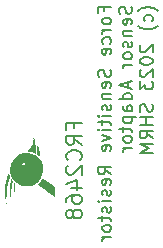
<source format=gbr>
%TF.GenerationSoftware,KiCad,Pcbnew,(6.0.8-1)-1*%
%TF.CreationDate,2023-07-28T17:56:29-05:00*%
%TF.ProjectId,FSR Adaptor,46535220-4164-4617-9074-6f722e6b6963,rev?*%
%TF.SameCoordinates,Original*%
%TF.FileFunction,Legend,Bot*%
%TF.FilePolarity,Positive*%
%FSLAX46Y46*%
G04 Gerber Fmt 4.6, Leading zero omitted, Abs format (unit mm)*
G04 Created by KiCad (PCBNEW (6.0.8-1)-1) date 2023-07-28 17:56:29*
%MOMM*%
%LPD*%
G01*
G04 APERTURE LIST*
%ADD10C,0.180000*%
G04 APERTURE END LIST*
D10*
X56650742Y-63343857D02*
X56650742Y-62910523D01*
X57331695Y-62910523D02*
X56031695Y-62910523D01*
X56031695Y-63529571D01*
X57331695Y-64767666D02*
X56712647Y-64334333D01*
X57331695Y-64024809D02*
X56031695Y-64024809D01*
X56031695Y-64520047D01*
X56093600Y-64643857D01*
X56155504Y-64705761D01*
X56279314Y-64767666D01*
X56465028Y-64767666D01*
X56588838Y-64705761D01*
X56650742Y-64643857D01*
X56712647Y-64520047D01*
X56712647Y-64024809D01*
X57207885Y-66067666D02*
X57269790Y-66005761D01*
X57331695Y-65820047D01*
X57331695Y-65696238D01*
X57269790Y-65510523D01*
X57145980Y-65386714D01*
X57022171Y-65324809D01*
X56774552Y-65262904D01*
X56588838Y-65262904D01*
X56341219Y-65324809D01*
X56217409Y-65386714D01*
X56093600Y-65510523D01*
X56031695Y-65696238D01*
X56031695Y-65820047D01*
X56093600Y-66005761D01*
X56155504Y-66067666D01*
X56155504Y-66562904D02*
X56093600Y-66624809D01*
X56031695Y-66748619D01*
X56031695Y-67058142D01*
X56093600Y-67181952D01*
X56155504Y-67243857D01*
X56279314Y-67305761D01*
X56403123Y-67305761D01*
X56588838Y-67243857D01*
X57331695Y-66501000D01*
X57331695Y-67305761D01*
X56465028Y-68420047D02*
X57331695Y-68420047D01*
X55969790Y-68110523D02*
X56898361Y-67801000D01*
X56898361Y-68605761D01*
X56031695Y-69658142D02*
X56031695Y-69410523D01*
X56093600Y-69286714D01*
X56155504Y-69224809D01*
X56341219Y-69101000D01*
X56588838Y-69039095D01*
X57084076Y-69039095D01*
X57207885Y-69101000D01*
X57269790Y-69162904D01*
X57331695Y-69286714D01*
X57331695Y-69534333D01*
X57269790Y-69658142D01*
X57207885Y-69720047D01*
X57084076Y-69781952D01*
X56774552Y-69781952D01*
X56650742Y-69720047D01*
X56588838Y-69658142D01*
X56526933Y-69534333D01*
X56526933Y-69286714D01*
X56588838Y-69162904D01*
X56650742Y-69101000D01*
X56774552Y-69039095D01*
X56588838Y-70524809D02*
X56526933Y-70401000D01*
X56465028Y-70339095D01*
X56341219Y-70277190D01*
X56279314Y-70277190D01*
X56155504Y-70339095D01*
X56093600Y-70401000D01*
X56031695Y-70524809D01*
X56031695Y-70772428D01*
X56093600Y-70896238D01*
X56155504Y-70958142D01*
X56279314Y-71020047D01*
X56341219Y-71020047D01*
X56465028Y-70958142D01*
X56526933Y-70896238D01*
X56588838Y-70772428D01*
X56588838Y-70524809D01*
X56650742Y-70401000D01*
X56712647Y-70339095D01*
X56836457Y-70277190D01*
X57084076Y-70277190D01*
X57207885Y-70339095D01*
X57269790Y-70401000D01*
X57331695Y-70524809D01*
X57331695Y-70772428D01*
X57269790Y-70896238D01*
X57207885Y-70958142D01*
X57084076Y-71020047D01*
X56836457Y-71020047D01*
X56712647Y-70958142D01*
X56650742Y-70896238D01*
X56588838Y-70772428D01*
X59237428Y-53501371D02*
X59237428Y-53134704D01*
X59813619Y-53134704D02*
X58713619Y-53134704D01*
X58713619Y-53658514D01*
X59813619Y-54234704D02*
X59761238Y-54129942D01*
X59708857Y-54077561D01*
X59604095Y-54025180D01*
X59289809Y-54025180D01*
X59185047Y-54077561D01*
X59132666Y-54129942D01*
X59080285Y-54234704D01*
X59080285Y-54391847D01*
X59132666Y-54496609D01*
X59185047Y-54548990D01*
X59289809Y-54601371D01*
X59604095Y-54601371D01*
X59708857Y-54548990D01*
X59761238Y-54496609D01*
X59813619Y-54391847D01*
X59813619Y-54234704D01*
X59813619Y-55072800D02*
X59080285Y-55072800D01*
X59289809Y-55072800D02*
X59185047Y-55125180D01*
X59132666Y-55177561D01*
X59080285Y-55282323D01*
X59080285Y-55387085D01*
X59761238Y-56225180D02*
X59813619Y-56120419D01*
X59813619Y-55910895D01*
X59761238Y-55806133D01*
X59708857Y-55753752D01*
X59604095Y-55701371D01*
X59289809Y-55701371D01*
X59185047Y-55753752D01*
X59132666Y-55806133D01*
X59080285Y-55910895D01*
X59080285Y-56120419D01*
X59132666Y-56225180D01*
X59761238Y-57115657D02*
X59813619Y-57010895D01*
X59813619Y-56801371D01*
X59761238Y-56696609D01*
X59656476Y-56644228D01*
X59237428Y-56644228D01*
X59132666Y-56696609D01*
X59080285Y-56801371D01*
X59080285Y-57010895D01*
X59132666Y-57115657D01*
X59237428Y-57168038D01*
X59342190Y-57168038D01*
X59446952Y-56644228D01*
X59761238Y-58425180D02*
X59813619Y-58582323D01*
X59813619Y-58844228D01*
X59761238Y-58948990D01*
X59708857Y-59001371D01*
X59604095Y-59053752D01*
X59499333Y-59053752D01*
X59394571Y-59001371D01*
X59342190Y-58948990D01*
X59289809Y-58844228D01*
X59237428Y-58634704D01*
X59185047Y-58529942D01*
X59132666Y-58477561D01*
X59027904Y-58425180D01*
X58923142Y-58425180D01*
X58818380Y-58477561D01*
X58766000Y-58529942D01*
X58713619Y-58634704D01*
X58713619Y-58896609D01*
X58766000Y-59053752D01*
X59761238Y-59944228D02*
X59813619Y-59839466D01*
X59813619Y-59629942D01*
X59761238Y-59525180D01*
X59656476Y-59472800D01*
X59237428Y-59472800D01*
X59132666Y-59525180D01*
X59080285Y-59629942D01*
X59080285Y-59839466D01*
X59132666Y-59944228D01*
X59237428Y-59996609D01*
X59342190Y-59996609D01*
X59446952Y-59472800D01*
X59080285Y-60468038D02*
X59813619Y-60468038D01*
X59185047Y-60468038D02*
X59132666Y-60520419D01*
X59080285Y-60625180D01*
X59080285Y-60782323D01*
X59132666Y-60887085D01*
X59237428Y-60939466D01*
X59813619Y-60939466D01*
X59761238Y-61410895D02*
X59813619Y-61515657D01*
X59813619Y-61725180D01*
X59761238Y-61829942D01*
X59656476Y-61882323D01*
X59604095Y-61882323D01*
X59499333Y-61829942D01*
X59446952Y-61725180D01*
X59446952Y-61568038D01*
X59394571Y-61463276D01*
X59289809Y-61410895D01*
X59237428Y-61410895D01*
X59132666Y-61463276D01*
X59080285Y-61568038D01*
X59080285Y-61725180D01*
X59132666Y-61829942D01*
X59813619Y-62353752D02*
X59080285Y-62353752D01*
X58713619Y-62353752D02*
X58766000Y-62301371D01*
X58818380Y-62353752D01*
X58766000Y-62406133D01*
X58713619Y-62353752D01*
X58818380Y-62353752D01*
X59080285Y-62720419D02*
X59080285Y-63139466D01*
X58713619Y-62877561D02*
X59656476Y-62877561D01*
X59761238Y-62929942D01*
X59813619Y-63034704D01*
X59813619Y-63139466D01*
X59813619Y-63506133D02*
X59080285Y-63506133D01*
X58713619Y-63506133D02*
X58766000Y-63453752D01*
X58818380Y-63506133D01*
X58766000Y-63558514D01*
X58713619Y-63506133D01*
X58818380Y-63506133D01*
X59080285Y-63925180D02*
X59813619Y-64187085D01*
X59080285Y-64448990D01*
X59761238Y-65287085D02*
X59813619Y-65182323D01*
X59813619Y-64972800D01*
X59761238Y-64868038D01*
X59656476Y-64815657D01*
X59237428Y-64815657D01*
X59132666Y-64868038D01*
X59080285Y-64972800D01*
X59080285Y-65182323D01*
X59132666Y-65287085D01*
X59237428Y-65339466D01*
X59342190Y-65339466D01*
X59446952Y-64815657D01*
X59813619Y-67277561D02*
X59289809Y-66910895D01*
X59813619Y-66648990D02*
X58713619Y-66648990D01*
X58713619Y-67068038D01*
X58766000Y-67172800D01*
X58818380Y-67225180D01*
X58923142Y-67277561D01*
X59080285Y-67277561D01*
X59185047Y-67225180D01*
X59237428Y-67172800D01*
X59289809Y-67068038D01*
X59289809Y-66648990D01*
X59761238Y-68168038D02*
X59813619Y-68063276D01*
X59813619Y-67853752D01*
X59761238Y-67748990D01*
X59656476Y-67696609D01*
X59237428Y-67696609D01*
X59132666Y-67748990D01*
X59080285Y-67853752D01*
X59080285Y-68063276D01*
X59132666Y-68168038D01*
X59237428Y-68220419D01*
X59342190Y-68220419D01*
X59446952Y-67696609D01*
X59761238Y-68639466D02*
X59813619Y-68744228D01*
X59813619Y-68953752D01*
X59761238Y-69058514D01*
X59656476Y-69110895D01*
X59604095Y-69110895D01*
X59499333Y-69058514D01*
X59446952Y-68953752D01*
X59446952Y-68796609D01*
X59394571Y-68691847D01*
X59289809Y-68639466D01*
X59237428Y-68639466D01*
X59132666Y-68691847D01*
X59080285Y-68796609D01*
X59080285Y-68953752D01*
X59132666Y-69058514D01*
X59813619Y-69582323D02*
X59080285Y-69582323D01*
X58713619Y-69582323D02*
X58766000Y-69529942D01*
X58818380Y-69582323D01*
X58766000Y-69634704D01*
X58713619Y-69582323D01*
X58818380Y-69582323D01*
X59761238Y-70053752D02*
X59813619Y-70158514D01*
X59813619Y-70368038D01*
X59761238Y-70472800D01*
X59656476Y-70525180D01*
X59604095Y-70525180D01*
X59499333Y-70472800D01*
X59446952Y-70368038D01*
X59446952Y-70210895D01*
X59394571Y-70106133D01*
X59289809Y-70053752D01*
X59237428Y-70053752D01*
X59132666Y-70106133D01*
X59080285Y-70210895D01*
X59080285Y-70368038D01*
X59132666Y-70472800D01*
X59080285Y-70839466D02*
X59080285Y-71258514D01*
X58713619Y-70996609D02*
X59656476Y-70996609D01*
X59761238Y-71048990D01*
X59813619Y-71153752D01*
X59813619Y-71258514D01*
X59813619Y-71782323D02*
X59761238Y-71677561D01*
X59708857Y-71625180D01*
X59604095Y-71572800D01*
X59289809Y-71572800D01*
X59185047Y-71625180D01*
X59132666Y-71677561D01*
X59080285Y-71782323D01*
X59080285Y-71939466D01*
X59132666Y-72044228D01*
X59185047Y-72096609D01*
X59289809Y-72148990D01*
X59604095Y-72148990D01*
X59708857Y-72096609D01*
X59761238Y-72044228D01*
X59813619Y-71939466D01*
X59813619Y-71782323D01*
X59813619Y-72620419D02*
X59080285Y-72620419D01*
X59289809Y-72620419D02*
X59185047Y-72672800D01*
X59132666Y-72725180D01*
X59080285Y-72829942D01*
X59080285Y-72934704D01*
X61532238Y-53082323D02*
X61584619Y-53239466D01*
X61584619Y-53501371D01*
X61532238Y-53606133D01*
X61479857Y-53658514D01*
X61375095Y-53710895D01*
X61270333Y-53710895D01*
X61165571Y-53658514D01*
X61113190Y-53606133D01*
X61060809Y-53501371D01*
X61008428Y-53291847D01*
X60956047Y-53187085D01*
X60903666Y-53134704D01*
X60798904Y-53082323D01*
X60694142Y-53082323D01*
X60589380Y-53134704D01*
X60537000Y-53187085D01*
X60484619Y-53291847D01*
X60484619Y-53553752D01*
X60537000Y-53710895D01*
X61532238Y-54601371D02*
X61584619Y-54496609D01*
X61584619Y-54287085D01*
X61532238Y-54182323D01*
X61427476Y-54129942D01*
X61008428Y-54129942D01*
X60903666Y-54182323D01*
X60851285Y-54287085D01*
X60851285Y-54496609D01*
X60903666Y-54601371D01*
X61008428Y-54653752D01*
X61113190Y-54653752D01*
X61217952Y-54129942D01*
X60851285Y-55125180D02*
X61584619Y-55125180D01*
X60956047Y-55125180D02*
X60903666Y-55177561D01*
X60851285Y-55282323D01*
X60851285Y-55439466D01*
X60903666Y-55544228D01*
X61008428Y-55596609D01*
X61584619Y-55596609D01*
X61532238Y-56068038D02*
X61584619Y-56172800D01*
X61584619Y-56382323D01*
X61532238Y-56487085D01*
X61427476Y-56539466D01*
X61375095Y-56539466D01*
X61270333Y-56487085D01*
X61217952Y-56382323D01*
X61217952Y-56225180D01*
X61165571Y-56120419D01*
X61060809Y-56068038D01*
X61008428Y-56068038D01*
X60903666Y-56120419D01*
X60851285Y-56225180D01*
X60851285Y-56382323D01*
X60903666Y-56487085D01*
X61584619Y-57168038D02*
X61532238Y-57063276D01*
X61479857Y-57010895D01*
X61375095Y-56958514D01*
X61060809Y-56958514D01*
X60956047Y-57010895D01*
X60903666Y-57063276D01*
X60851285Y-57168038D01*
X60851285Y-57325180D01*
X60903666Y-57429942D01*
X60956047Y-57482323D01*
X61060809Y-57534704D01*
X61375095Y-57534704D01*
X61479857Y-57482323D01*
X61532238Y-57429942D01*
X61584619Y-57325180D01*
X61584619Y-57168038D01*
X61584619Y-58006133D02*
X60851285Y-58006133D01*
X61060809Y-58006133D02*
X60956047Y-58058514D01*
X60903666Y-58110895D01*
X60851285Y-58215657D01*
X60851285Y-58320419D01*
X61270333Y-59472800D02*
X61270333Y-59996609D01*
X61584619Y-59368038D02*
X60484619Y-59734704D01*
X61584619Y-60101371D01*
X61584619Y-60939466D02*
X60484619Y-60939466D01*
X61532238Y-60939466D02*
X61584619Y-60834704D01*
X61584619Y-60625180D01*
X61532238Y-60520419D01*
X61479857Y-60468038D01*
X61375095Y-60415657D01*
X61060809Y-60415657D01*
X60956047Y-60468038D01*
X60903666Y-60520419D01*
X60851285Y-60625180D01*
X60851285Y-60834704D01*
X60903666Y-60939466D01*
X61584619Y-61934704D02*
X61008428Y-61934704D01*
X60903666Y-61882323D01*
X60851285Y-61777561D01*
X60851285Y-61568038D01*
X60903666Y-61463276D01*
X61532238Y-61934704D02*
X61584619Y-61829942D01*
X61584619Y-61568038D01*
X61532238Y-61463276D01*
X61427476Y-61410895D01*
X61322714Y-61410895D01*
X61217952Y-61463276D01*
X61165571Y-61568038D01*
X61165571Y-61829942D01*
X61113190Y-61934704D01*
X60851285Y-62458514D02*
X61951285Y-62458514D01*
X60903666Y-62458514D02*
X60851285Y-62563276D01*
X60851285Y-62772800D01*
X60903666Y-62877561D01*
X60956047Y-62929942D01*
X61060809Y-62982323D01*
X61375095Y-62982323D01*
X61479857Y-62929942D01*
X61532238Y-62877561D01*
X61584619Y-62772800D01*
X61584619Y-62563276D01*
X61532238Y-62458514D01*
X60851285Y-63296609D02*
X60851285Y-63715657D01*
X60484619Y-63453752D02*
X61427476Y-63453752D01*
X61532238Y-63506133D01*
X61584619Y-63610895D01*
X61584619Y-63715657D01*
X61584619Y-64239466D02*
X61532238Y-64134704D01*
X61479857Y-64082323D01*
X61375095Y-64029942D01*
X61060809Y-64029942D01*
X60956047Y-64082323D01*
X60903666Y-64134704D01*
X60851285Y-64239466D01*
X60851285Y-64396609D01*
X60903666Y-64501371D01*
X60956047Y-64553752D01*
X61060809Y-64606133D01*
X61375095Y-64606133D01*
X61479857Y-64553752D01*
X61532238Y-64501371D01*
X61584619Y-64396609D01*
X61584619Y-64239466D01*
X61584619Y-65077561D02*
X60851285Y-65077561D01*
X61060809Y-65077561D02*
X60956047Y-65129942D01*
X60903666Y-65182323D01*
X60851285Y-65287085D01*
X60851285Y-65391847D01*
X63774666Y-53448990D02*
X63722285Y-53396609D01*
X63565142Y-53291847D01*
X63460380Y-53239466D01*
X63303238Y-53187085D01*
X63041333Y-53134704D01*
X62831809Y-53134704D01*
X62569904Y-53187085D01*
X62412761Y-53239466D01*
X62308000Y-53291847D01*
X62150857Y-53396609D01*
X62098476Y-53448990D01*
X63303238Y-54339466D02*
X63355619Y-54234704D01*
X63355619Y-54025180D01*
X63303238Y-53920419D01*
X63250857Y-53868038D01*
X63146095Y-53815657D01*
X62831809Y-53815657D01*
X62727047Y-53868038D01*
X62674666Y-53920419D01*
X62622285Y-54025180D01*
X62622285Y-54234704D01*
X62674666Y-54339466D01*
X63774666Y-54706133D02*
X63722285Y-54758514D01*
X63565142Y-54863276D01*
X63460380Y-54915657D01*
X63303238Y-54968038D01*
X63041333Y-55020419D01*
X62831809Y-55020419D01*
X62569904Y-54968038D01*
X62412761Y-54915657D01*
X62308000Y-54863276D01*
X62150857Y-54758514D01*
X62098476Y-54706133D01*
X62360380Y-56329942D02*
X62308000Y-56382323D01*
X62255619Y-56487085D01*
X62255619Y-56748990D01*
X62308000Y-56853752D01*
X62360380Y-56906133D01*
X62465142Y-56958514D01*
X62569904Y-56958514D01*
X62727047Y-56906133D01*
X63355619Y-56277561D01*
X63355619Y-56958514D01*
X62255619Y-57639466D02*
X62255619Y-57744228D01*
X62308000Y-57848990D01*
X62360380Y-57901371D01*
X62465142Y-57953752D01*
X62674666Y-58006133D01*
X62936571Y-58006133D01*
X63146095Y-57953752D01*
X63250857Y-57901371D01*
X63303238Y-57848990D01*
X63355619Y-57744228D01*
X63355619Y-57639466D01*
X63303238Y-57534704D01*
X63250857Y-57482323D01*
X63146095Y-57429942D01*
X62936571Y-57377561D01*
X62674666Y-57377561D01*
X62465142Y-57429942D01*
X62360380Y-57482323D01*
X62308000Y-57534704D01*
X62255619Y-57639466D01*
X62360380Y-58425180D02*
X62308000Y-58477561D01*
X62255619Y-58582323D01*
X62255619Y-58844228D01*
X62308000Y-58948990D01*
X62360380Y-59001371D01*
X62465142Y-59053752D01*
X62569904Y-59053752D01*
X62727047Y-59001371D01*
X63355619Y-58372800D01*
X63355619Y-59053752D01*
X62255619Y-59420419D02*
X62255619Y-60101371D01*
X62674666Y-59734704D01*
X62674666Y-59891847D01*
X62727047Y-59996609D01*
X62779428Y-60048990D01*
X62884190Y-60101371D01*
X63146095Y-60101371D01*
X63250857Y-60048990D01*
X63303238Y-59996609D01*
X63355619Y-59891847D01*
X63355619Y-59577561D01*
X63303238Y-59472800D01*
X63250857Y-59420419D01*
X63303238Y-61358514D02*
X63355619Y-61515657D01*
X63355619Y-61777561D01*
X63303238Y-61882323D01*
X63250857Y-61934704D01*
X63146095Y-61987085D01*
X63041333Y-61987085D01*
X62936571Y-61934704D01*
X62884190Y-61882323D01*
X62831809Y-61777561D01*
X62779428Y-61568038D01*
X62727047Y-61463276D01*
X62674666Y-61410895D01*
X62569904Y-61358514D01*
X62465142Y-61358514D01*
X62360380Y-61410895D01*
X62308000Y-61463276D01*
X62255619Y-61568038D01*
X62255619Y-61829942D01*
X62308000Y-61987085D01*
X63355619Y-62458514D02*
X62255619Y-62458514D01*
X62779428Y-62458514D02*
X62779428Y-63087085D01*
X63355619Y-63087085D02*
X62255619Y-63087085D01*
X63355619Y-64239466D02*
X62831809Y-63872800D01*
X63355619Y-63610895D02*
X62255619Y-63610895D01*
X62255619Y-64029942D01*
X62308000Y-64134704D01*
X62360380Y-64187085D01*
X62465142Y-64239466D01*
X62622285Y-64239466D01*
X62727047Y-64187085D01*
X62779428Y-64134704D01*
X62831809Y-64029942D01*
X62831809Y-63610895D01*
X63355619Y-64710895D02*
X62255619Y-64710895D01*
X63041333Y-65077561D01*
X62255619Y-65444228D01*
X63355619Y-65444228D01*
%TO.C,G\u002A\u002A\u002A*%
G36*
X51416140Y-67721868D02*
G01*
X51437899Y-67748433D01*
X51470051Y-67792619D01*
X51485817Y-67835374D01*
X51486474Y-67892659D01*
X51473301Y-67980432D01*
X51447573Y-68114656D01*
X51436956Y-68170178D01*
X51393881Y-68413094D01*
X51357156Y-68648596D01*
X51328633Y-68863059D01*
X51310161Y-69042859D01*
X51303592Y-69174373D01*
X51300972Y-69245046D01*
X51289457Y-69327715D01*
X51271882Y-69367940D01*
X51259224Y-69354437D01*
X51249372Y-69287194D01*
X51244444Y-69172729D01*
X51244158Y-69019614D01*
X51248235Y-68836425D01*
X51256394Y-68631735D01*
X51268353Y-68414117D01*
X51283833Y-68192145D01*
X51302551Y-67974392D01*
X51324228Y-67769434D01*
X51340706Y-67629605D01*
X51416140Y-67721868D01*
G37*
G36*
X53581487Y-64816829D02*
G01*
X53622248Y-64873644D01*
X53691497Y-65012222D01*
X53749548Y-65180409D01*
X53788122Y-65356579D01*
X53792150Y-65385650D01*
X53802505Y-65509650D01*
X53802802Y-65624236D01*
X53793606Y-65711590D01*
X53775485Y-65753895D01*
X53767999Y-65756202D01*
X53719410Y-65738976D01*
X53656571Y-65688821D01*
X53642878Y-65674832D01*
X53609260Y-65633267D01*
X53586651Y-65583893D01*
X53571730Y-65512819D01*
X53561176Y-65406151D01*
X53551666Y-65249995D01*
X53544340Y-65132368D01*
X53532828Y-64988245D01*
X53520695Y-64872109D01*
X53509601Y-64801647D01*
X53486752Y-64706516D01*
X53581487Y-64816829D01*
G37*
G36*
X51686177Y-68037378D02*
G01*
X51703430Y-68063517D01*
X51711794Y-68139832D01*
X51704367Y-68270453D01*
X51696548Y-68368384D01*
X51687827Y-68528346D01*
X51684342Y-68668726D01*
X51683947Y-68716056D01*
X51679095Y-68797399D01*
X51666759Y-68828223D01*
X51644479Y-68817721D01*
X51630934Y-68779147D01*
X51618749Y-68690821D01*
X51609804Y-68569930D01*
X51604467Y-68432433D01*
X51603102Y-68294288D01*
X51606078Y-68171454D01*
X51613759Y-68079891D01*
X51626514Y-68035555D01*
X51638802Y-68028740D01*
X51686177Y-68037378D01*
G37*
G36*
X52681331Y-65483420D02*
G01*
X52788787Y-65486562D01*
X53088921Y-65532729D01*
X53356297Y-65632528D01*
X53588420Y-65784049D01*
X53782799Y-65985384D01*
X53936940Y-66234624D01*
X54048350Y-66529862D01*
X54056916Y-66561973D01*
X54095323Y-66835007D01*
X54077037Y-67107459D01*
X54006896Y-67370958D01*
X53889737Y-67617136D01*
X53730396Y-67837624D01*
X53533712Y-68024051D01*
X53304522Y-68168048D01*
X53047662Y-68261247D01*
X52975568Y-68277002D01*
X52671864Y-68306071D01*
X52380025Y-68273615D01*
X52104025Y-68180860D01*
X51847838Y-68029032D01*
X51615438Y-67819358D01*
X51606962Y-67810034D01*
X51457057Y-67597988D01*
X51351423Y-67352065D01*
X51291775Y-67084871D01*
X51279831Y-66809012D01*
X51317310Y-66537094D01*
X51363836Y-66403021D01*
X52302469Y-66403021D01*
X52304261Y-66426503D01*
X52336292Y-66493632D01*
X52393974Y-66522194D01*
X52458363Y-66500358D01*
X52485712Y-66468623D01*
X52508586Y-66403021D01*
X52500431Y-66365946D01*
X52458363Y-66305684D01*
X52441193Y-66294041D01*
X52376756Y-66287144D01*
X52324198Y-66327414D01*
X52302469Y-66403021D01*
X51363836Y-66403021D01*
X51405929Y-66281725D01*
X51474039Y-66155013D01*
X51648163Y-65925795D01*
X51863477Y-65739319D01*
X52112458Y-65600292D01*
X52376756Y-65516842D01*
X52387583Y-65513423D01*
X52681331Y-65483420D01*
G37*
G36*
X51200797Y-67174088D02*
G01*
X51208947Y-67253144D01*
X51216425Y-67318682D01*
X51240324Y-67386042D01*
X51253449Y-67414879D01*
X51255559Y-67476191D01*
X51241441Y-67523435D01*
X51222724Y-67603033D01*
X51213368Y-67646195D01*
X51189787Y-67747744D01*
X51162049Y-67861697D01*
X51098683Y-68148561D01*
X51043627Y-68464576D01*
X51000229Y-68787284D01*
X50970415Y-69099913D01*
X50956111Y-69385691D01*
X50959242Y-69627848D01*
X50960179Y-69644532D01*
X50964324Y-69749618D01*
X50964048Y-69820592D01*
X50959346Y-69842877D01*
X50951496Y-69818229D01*
X50934897Y-69741938D01*
X50913052Y-69627360D01*
X50888618Y-69487838D01*
X50852646Y-69208554D01*
X50832560Y-68886834D01*
X50831516Y-68562093D01*
X50849542Y-68255495D01*
X50886666Y-67988203D01*
X50919754Y-67832038D01*
X50965363Y-67650541D01*
X51013567Y-67488145D01*
X51061716Y-67350890D01*
X51107162Y-67244816D01*
X51147256Y-67175964D01*
X51179351Y-67150375D01*
X51200797Y-67174088D01*
G37*
G36*
X54085329Y-67675251D02*
G01*
X54125815Y-67700832D01*
X54141178Y-67715129D01*
X54196076Y-67756988D01*
X54265932Y-67805265D01*
X54328865Y-67845115D01*
X54362989Y-67861697D01*
X54377943Y-67867341D01*
X54434727Y-67898885D01*
X54514897Y-67948901D01*
X54561757Y-67979005D01*
X54638065Y-68026378D01*
X54682957Y-68051959D01*
X54686261Y-68053665D01*
X54733359Y-68083938D01*
X54813696Y-68139761D01*
X54911933Y-68210511D01*
X55106987Y-68353208D01*
X55107912Y-68773370D01*
X55107884Y-68810618D01*
X55105388Y-68960653D01*
X55099578Y-69082257D01*
X55091203Y-69163770D01*
X55081008Y-69193533D01*
X55059480Y-69185830D01*
X55013705Y-69145967D01*
X54986370Y-69120661D01*
X54933189Y-69098401D01*
X54917975Y-69096490D01*
X54881578Y-69069033D01*
X54864893Y-69052345D01*
X54802653Y-69004181D01*
X54702963Y-68932412D01*
X54574782Y-68843450D01*
X54427063Y-68743706D01*
X54353963Y-68694817D01*
X54167574Y-68567960D01*
X54020649Y-68463488D01*
X53902318Y-68373221D01*
X53801712Y-68288979D01*
X53707959Y-68202584D01*
X53662296Y-68167275D01*
X53610521Y-68146470D01*
X53606848Y-68134788D01*
X53639778Y-68093404D01*
X53706051Y-68032523D01*
X53750530Y-67991959D01*
X53847183Y-67885800D01*
X53922080Y-67781217D01*
X53962643Y-67717798D01*
X54012288Y-67667125D01*
X54056450Y-67662951D01*
X54085329Y-67675251D01*
G37*
G36*
X53277784Y-64171304D02*
G01*
X53307097Y-64245936D01*
X53340619Y-64368261D01*
X53376102Y-64529875D01*
X53411301Y-64722371D01*
X53415023Y-64745769D01*
X53434057Y-64902889D01*
X53448505Y-65082706D01*
X53455486Y-65250766D01*
X53459897Y-65541332D01*
X53356838Y-65508234D01*
X53256636Y-65473274D01*
X53149645Y-65431713D01*
X53148334Y-65431169D01*
X53050014Y-65400737D01*
X52959383Y-65387856D01*
X52921109Y-65386430D01*
X52829214Y-65373951D01*
X52758734Y-65353043D01*
X52730650Y-65329098D01*
X52731527Y-65325813D01*
X52763030Y-65292453D01*
X52825690Y-65245592D01*
X52837320Y-65237552D01*
X52896555Y-65186104D01*
X52920730Y-65145926D01*
X52924253Y-65130142D01*
X52962654Y-65093628D01*
X53007006Y-65055187D01*
X53062353Y-64965226D01*
X53118520Y-64840043D01*
X53170850Y-64694248D01*
X53214683Y-64542448D01*
X53245359Y-64399252D01*
X53258220Y-64279267D01*
X53248605Y-64197101D01*
X53243611Y-64174796D01*
X53258738Y-64151585D01*
X53277784Y-64171304D01*
G37*
G36*
X55102051Y-70403784D02*
G01*
X55108836Y-70446092D01*
X55105376Y-70467958D01*
X55078121Y-70493657D01*
X55064999Y-70486924D01*
X55065658Y-70446092D01*
X55075926Y-70423322D01*
X55096373Y-70398526D01*
X55102051Y-70403784D01*
G37*
%TD*%
M02*

</source>
